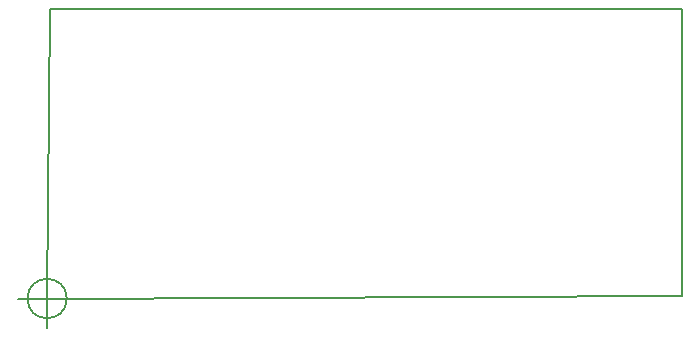
<source format=gbr>
G04 #@! TF.GenerationSoftware,KiCad,Pcbnew,(2017-06-12 revision 8590a2299)-makepkg*
G04 #@! TF.CreationDate,2017-08-13T17:46:31+02:00*
G04 #@! TF.ProjectId,-7v chargepump,2D37762063686172676570756D702E6B,A*
G04 #@! TF.FileFunction,Profile,NP*
%FSLAX46Y46*%
G04 Gerber Fmt 4.6, Leading zero omitted, Abs format (unit mm)*
G04 Created by KiCad (PCBNEW (2017-06-12 revision 8590a2299)-makepkg) date 08/13/17 17:46:31*
%MOMM*%
%LPD*%
G01*
G04 APERTURE LIST*
%ADD10C,0.100000*%
%ADD11C,0.150000*%
%ADD12C,0.200000*%
G04 APERTURE END LIST*
D10*
D11*
X1666666Y0D02*
G75*
G03X1666666Y0I-1666666J0D01*
G01*
X-2500000Y0D02*
X2500000Y0D01*
X0Y2500000D02*
X0Y-2500000D01*
D12*
X250000Y24500000D02*
X250000Y24500000D01*
X0Y0D02*
X250000Y24500000D01*
X53750000Y250000D02*
X0Y0D01*
X53750000Y24500000D02*
X53750000Y250000D01*
X250000Y24500000D02*
X53750000Y24500000D01*
M02*

</source>
